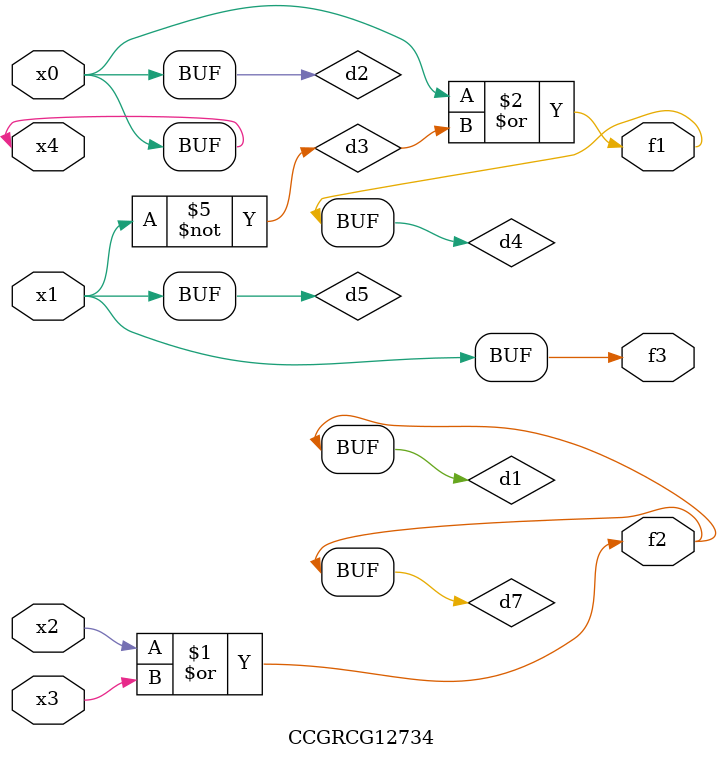
<source format=v>
module CCGRCG12734(
	input x0, x1, x2, x3, x4,
	output f1, f2, f3
);

	wire d1, d2, d3, d4, d5, d6, d7;

	or (d1, x2, x3);
	buf (d2, x0, x4);
	not (d3, x1);
	or (d4, d2, d3);
	not (d5, d3);
	nand (d6, d1, d3);
	or (d7, d1);
	assign f1 = d4;
	assign f2 = d7;
	assign f3 = d5;
endmodule

</source>
